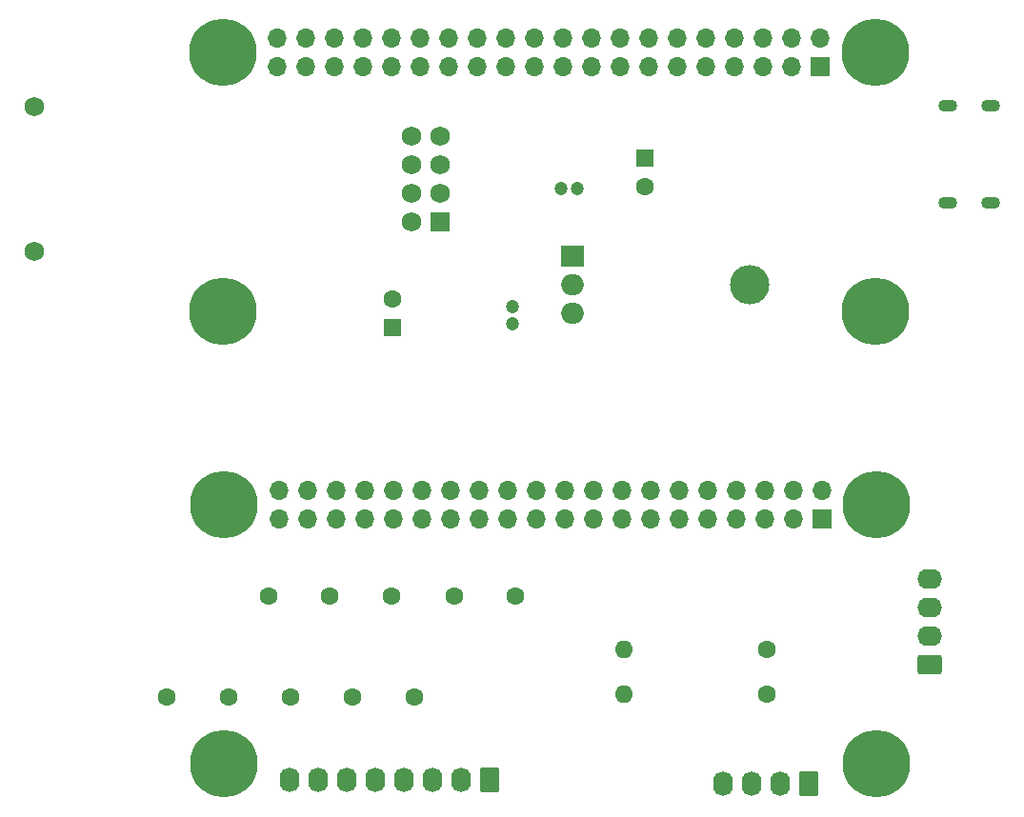
<source format=gbs>
G04 #@! TF.GenerationSoftware,KiCad,Pcbnew,8.0.5*
G04 #@! TF.CreationDate,2024-10-16T23:16:24+02:00*
G04 #@! TF.ProjectId,raspberry_pi_hat,72617370-6265-4727-9279-5f70695f6861,rev?*
G04 #@! TF.SameCoordinates,Original*
G04 #@! TF.FileFunction,Soldermask,Bot*
G04 #@! TF.FilePolarity,Negative*
%FSLAX46Y46*%
G04 Gerber Fmt 4.6, Leading zero omitted, Abs format (unit mm)*
G04 Created by KiCad (PCBNEW 8.0.5) date 2024-10-16 23:16:24*
%MOMM*%
%LPD*%
G01*
G04 APERTURE LIST*
G04 Aperture macros list*
%AMRoundRect*
0 Rectangle with rounded corners*
0 $1 Rounding radius*
0 $2 $3 $4 $5 $6 $7 $8 $9 X,Y pos of 4 corners*
0 Add a 4 corners polygon primitive as box body*
4,1,4,$2,$3,$4,$5,$6,$7,$8,$9,$2,$3,0*
0 Add four circle primitives for the rounded corners*
1,1,$1+$1,$2,$3*
1,1,$1+$1,$4,$5*
1,1,$1+$1,$6,$7*
1,1,$1+$1,$8,$9*
0 Add four rect primitives between the rounded corners*
20,1,$1+$1,$2,$3,$4,$5,0*
20,1,$1+$1,$4,$5,$6,$7,0*
20,1,$1+$1,$6,$7,$8,$9,0*
20,1,$1+$1,$8,$9,$2,$3,0*%
%AMHorizOval*
0 Thick line with rounded ends*
0 $1 width*
0 $2 $3 position (X,Y) of the first rounded end (center of the circle)*
0 $4 $5 position (X,Y) of the second rounded end (center of the circle)*
0 Add line between two ends*
20,1,$1,$2,$3,$4,$5,0*
0 Add two circle primitives to create the rounded ends*
1,1,$1,$2,$3*
1,1,$1,$4,$5*%
G04 Aperture macros list end*
%ADD10O,1.700000X1.700000*%
%ADD11R,1.700000X1.700000*%
%ADD12C,6.000000*%
%ADD13C,1.600000*%
%ADD14HorizOval,1.600000X0.000000X0.000000X0.000000X0.000000X0*%
%ADD15O,1.700000X1.100000*%
%ADD16C,1.200000*%
%ADD17RoundRect,0.250000X0.845000X-0.620000X0.845000X0.620000X-0.845000X0.620000X-0.845000X-0.620000X0*%
%ADD18O,2.190000X1.740000*%
%ADD19O,2.000000X1.905000*%
%ADD20R,2.000000X1.905000*%
%ADD21O,3.500000X3.500000*%
%ADD22C,1.728000*%
%ADD23RoundRect,0.102000X0.762000X0.762000X-0.762000X0.762000X-0.762000X-0.762000X0.762000X-0.762000X0*%
%ADD24RoundRect,0.250000X0.620000X0.845000X-0.620000X0.845000X-0.620000X-0.845000X0.620000X-0.845000X0*%
%ADD25O,1.740000X2.190000*%
%ADD26O,1.600000X1.600000*%
%ADD27R,1.600000X1.600000*%
G04 APERTURE END LIST*
D10*
X109955000Y-172842500D03*
X109955000Y-175382500D03*
X112495000Y-172842500D03*
X112495000Y-175382500D03*
X115035000Y-172842500D03*
X115035000Y-175382500D03*
X117575000Y-172842500D03*
X117575000Y-175382500D03*
X120115000Y-172842500D03*
X120115000Y-175382500D03*
X122655000Y-172842500D03*
X122655000Y-175382500D03*
X125195000Y-172842500D03*
X125195000Y-175382500D03*
X127735000Y-172842500D03*
X127735000Y-175382500D03*
X130275000Y-172842500D03*
X130275000Y-175382500D03*
X132815000Y-172842500D03*
X132815000Y-175382500D03*
X135355000Y-172842500D03*
X135355000Y-175382500D03*
X137895000Y-172842500D03*
X137895000Y-175382500D03*
X140435000Y-172842500D03*
X140435000Y-175382500D03*
X142975000Y-172842500D03*
X142975000Y-175382500D03*
X145515000Y-172842500D03*
X145515000Y-175382500D03*
X148055000Y-172842500D03*
X148055000Y-175382500D03*
X150595000Y-172842500D03*
X150595000Y-175382500D03*
X153135000Y-172842500D03*
X153135000Y-175382500D03*
X155675000Y-172842500D03*
X155675000Y-175382500D03*
X158215000Y-172842500D03*
D11*
X158215000Y-175382500D03*
D12*
X105085000Y-197112500D03*
X163085000Y-197112500D03*
X105085000Y-174112500D03*
X163085000Y-174112500D03*
D10*
X109795000Y-132605000D03*
X109795000Y-135145000D03*
X112335000Y-132605000D03*
X112335000Y-135145000D03*
X114875000Y-132605000D03*
X114875000Y-135145000D03*
X117415000Y-132605000D03*
X117415000Y-135145000D03*
X119955000Y-132605000D03*
X119955000Y-135145000D03*
X122495000Y-132605000D03*
X122495000Y-135145000D03*
X125035000Y-132605000D03*
X125035000Y-135145000D03*
X127575000Y-132605000D03*
X127575000Y-135145000D03*
X130115000Y-132605000D03*
X130115000Y-135145000D03*
X132655000Y-132605000D03*
X132655000Y-135145000D03*
X135195000Y-132605000D03*
X135195000Y-135145000D03*
X137735000Y-132605000D03*
X137735000Y-135145000D03*
X140275000Y-132605000D03*
X140275000Y-135145000D03*
X142815000Y-132605000D03*
X142815000Y-135145000D03*
X145355000Y-132605000D03*
X145355000Y-135145000D03*
X147895000Y-132605000D03*
X147895000Y-135145000D03*
X150435000Y-132605000D03*
X150435000Y-135145000D03*
X152975000Y-132605000D03*
X152975000Y-135145000D03*
X155515000Y-132605000D03*
X155515000Y-135145000D03*
X158055000Y-132605000D03*
D11*
X158055000Y-135145000D03*
D12*
X104925000Y-156875000D03*
X162925000Y-156875000D03*
X104925000Y-133875000D03*
X162925000Y-133875000D03*
D13*
X119990128Y-182172372D03*
D14*
X111009872Y-191152628D03*
D15*
X169400000Y-147220000D03*
X173200000Y-147220000D03*
X169400000Y-138580000D03*
X173200000Y-138580000D03*
D16*
X130700000Y-157950000D03*
X130700000Y-156450000D03*
D17*
X167790000Y-188292500D03*
D18*
X167790000Y-185752500D03*
X167790000Y-183212500D03*
X167790000Y-180672500D03*
D19*
X136000000Y-157080000D03*
X136000000Y-154540000D03*
D20*
X136000000Y-152000000D03*
D21*
X151800000Y-154540000D03*
D13*
X108990128Y-182172372D03*
D14*
X100009872Y-191152628D03*
D22*
X88187500Y-138712500D03*
X88187500Y-151512500D03*
X121747600Y-141292500D03*
X124287500Y-141292500D03*
X121747600Y-143832500D03*
X124287500Y-143832500D03*
X121747600Y-146372500D03*
X124287500Y-146372500D03*
X121747600Y-148912500D03*
D23*
X124287500Y-148912500D03*
D24*
X157000000Y-198912500D03*
D25*
X154460000Y-198912500D03*
X151920000Y-198912500D03*
X149380000Y-198912500D03*
D13*
X125500000Y-182172372D03*
D14*
X116519744Y-191152628D03*
D24*
X128640000Y-198537500D03*
D25*
X126100000Y-198537500D03*
X123560000Y-198537500D03*
X121020000Y-198537500D03*
X118480000Y-198537500D03*
X115940000Y-198537500D03*
X113400000Y-198537500D03*
X110860000Y-198537500D03*
D13*
X114490128Y-182172372D03*
D14*
X105509872Y-191152628D03*
D13*
X153350000Y-186912500D03*
D26*
X140650000Y-186912500D03*
D27*
X142500000Y-143294888D03*
D13*
X142500000Y-145794888D03*
X153350000Y-190912500D03*
D26*
X140650000Y-190912500D03*
D27*
X120000000Y-158305112D03*
D13*
X120000000Y-155805112D03*
D16*
X135000000Y-146000000D03*
X136500000Y-146000000D03*
D14*
X122009872Y-191152628D03*
D13*
X130990128Y-182172372D03*
M02*

</source>
